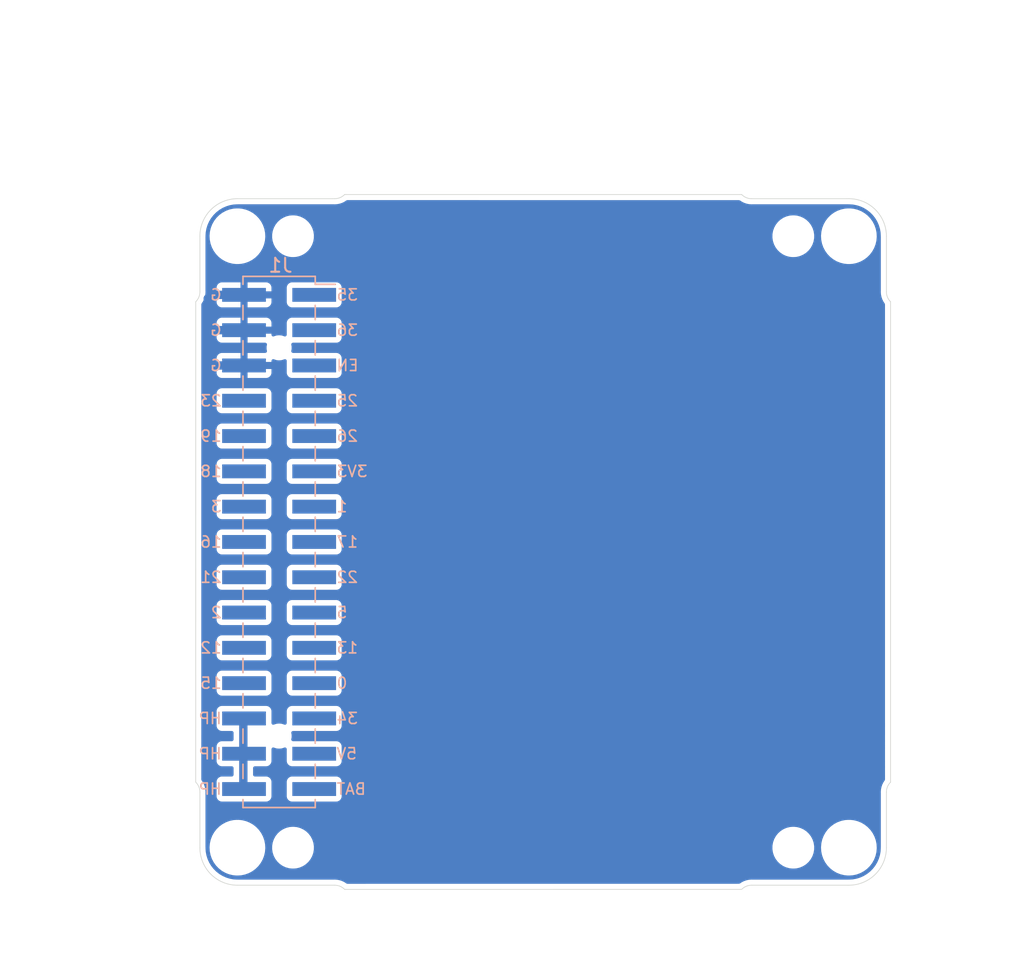
<source format=kicad_pcb>
(kicad_pcb (version 20211014) (generator pcbnew)
  (title_block (date "2022-10-23"))
  (layers (0 "F.Cu" signal) (31 "B.Cu" signal) (34 "B.Paste" user) (35 "F.Paste" user) (36 "B.SilkS" user "B.Silkscreen") (37 "F.SilkS" user "F.Silkscreen") (38 "B.Mask" user) (39 "F.Mask" user) (44 "Edge.Cuts" user))
  (net 0 "")
  (net 1 "/GPIO35")
  (net 2 "GND")
  (net 3 "/GPIO36")
  (net 4 "/EN")
  (net 5 "/GPIO25")
  (net 6 "/GPIO23")
  (net 7 "/GPIO26")
  (net 8 "/GPIO19")
  (net 9 "+3V3")
  (net 10 "/GPIO18")
  (net 11 "/GPIO1")
  (net 12 "/GPIO3")
  (net 13 "/GPIO17")
  (net 14 "/GPIO16")
  (net 15 "/GPIO22")
  (net 16 "/GPIO21")
  (net 17 "/GPIO5")
  (net 18 "/GPIO2")
  (net 19 "/GPIO13")
  (net 20 "/GPIO12")
  (net 21 "/GPIO0")
  (net 22 "/GPIO15")
  (net 23 "/GPIO34")
  (net 24 "VBUS")
  (net 25 "+5V")
  (net 26 "+BATT")
  (footprint "@bf:BF@MountingHole_2.2mm_M2" (layer "F.Cu") (at 109 105)
    (fp_text reference "H5" hide)
    (fp_text value "MountingHole" hide)
    (pad "" np_thru_hole circle (at 0 0) (size 2.2 2.2) (drill 2.2) (layers F&B.Cu *.Mask))
  )
  (footprint "@bf:BF@MountingHole_3.2mm_M3" (layer "F.Cu") (at 149 149)
    (fp_text reference "H3" hide)
    (fp_text value "MountingHole" hide)
    (pad "" np_thru_hole circle (at 0 0) (size 3.2 3.2) (drill 3.2) (layers F&B.Cu *.Mask))
  )
  (footprint "@bf:BF@MountingHole_2.2mm_M2" (layer "F.Cu") (at 109 149)
    (fp_text reference "H8" hide)
    (fp_text value "MountingHole" hide)
    (pad "" np_thru_hole circle (at 0 0) (size 2.2 2.2) (drill 2.2) (layers F&B.Cu *.Mask))
  )
  (footprint "@bf:BF@MountingHole_3.2mm_M3" (layer "F.Cu") (at 105 149)
    (fp_text reference "H4" hide)
    (fp_text value "MountingHole" hide)
    (pad "" np_thru_hole circle (at 0 0) (size 3.2 3.2) (drill 3.2) (layers F&B.Cu *.Mask))
  )
  (footprint "@bf:BF@MountingHole_3.2mm_M3" (layer "F.Cu") (at 149 105)
    (fp_text reference "H2" hide)
    (fp_text value "MountingHole" hide)
    (pad "" np_thru_hole circle (at 0 0) (size 3.2 3.2) (drill 3.2) (layers F&B.Cu *.Mask))
  )
  (footprint "@bf:BF@M5Stack_MBUS_Headder" (layer "F.Cu") (at 108 127)
    (fp_text reference "J1" (at 0.1 -19.9) (layer "B.SilkS") (effects (justify mirror)))
    (fp_text value "M-BUS")
    (fp_text user "G" (at -4.064 -15.24 180) (layer "B.SilkS") (effects (font (size 0.8 0.8) (thickness 0.12)) (justify left mirror)))
    (fp_text user "15" (at -4.064 10.16 180) (layer "B.SilkS") (effects (font (size 0.8 0.8) (thickness 0.12)) (justify left mirror)))
    (fp_text user "5V" (at 4.064 15.24 180) (layer "B.SilkS") (effects (font (size 0.8 0.8) (thickness 0.12)) (justify right mirror)))
    (fp_text user "2" (at -4.064 5.08 180) (layer "B.SilkS") (effects (font (size 0.8 0.8) (thickness 0.12)) (justify left mirror)))
    (fp_text user "HP" (at -4.064 17.78 180) (layer "B.SilkS") (effects (font (size 0.8 0.8) (thickness 0.12)) (justify left mirror)))
    (fp_text user "1" (at 4.064 -2.54 180) (layer "B.SilkS") (effects (font (size 0.8 0.8) (thickness 0.12)) (justify right mirror)))
    (fp_text user "G" (at -4.064 -17.78 180) (layer "B.SilkS") (effects (font (size 0.8 0.8) (thickness 0.12)) (justify left mirror)))
    (fp_text user "19" (at -4.064 -7.62 180) (layer "B.SilkS") (effects (font (size 0.8 0.8) (thickness 0.12)) (justify left mirror)))
    (fp_text user "23" (at -4.064 -10.16 180) (layer "B.SilkS") (effects (font (size 0.8 0.8) (thickness 0.12)) (justify left mirror)))
    (fp_text user "13" (at 4.064 7.62 180) (layer "B.SilkS") (effects (font (size 0.8 0.8) (thickness 0.12)) (justify right mirror)))
    (fp_text user "25" (at 4.064 -10.16 180) (layer "B.SilkS") (effects (font (size 0.8 0.8) (thickness 0.12)) (justify right mirror)))
    (fp_text user "5" (at 4.064 5.08 180) (layer "B.SilkS") (effects (font (size 0.8 0.8) (thickness 0.12)) (justify right mirror)))
    (fp_text user "18" (at -4.064 -5.08 180) (layer "B.SilkS") (effects (font (size 0.8 0.8) (thickness 0.12)) (justify left mirror)))
    (fp_text user "3V3" (at 4.064 -5.08 180) (layer "B.SilkS") (effects (font (size 0.8 0.8) (thickness 0.12)) (justify right mirror)))
    (fp_text user "16" (at -4.064 0 180) (layer "B.SilkS") (effects (font (size 0.8 0.8) (thickness 0.12)) (justify left mirror)))
    (fp_text user "3" (at -4.064 -2.54 180) (layer "B.SilkS") (effects (font (size 0.8 0.8) (thickness 0.12)) (justify left mirror)))
    (fp_text user "26" (at 4.064 -7.62 180) (layer "B.SilkS") (effects (font (size 0.8 0.8) (thickness 0.12)) (justify right mirror)))
    (fp_text user "22" (at 4.064 2.54 180) (layer "B.SilkS") (effects (font (size 0.8 0.8) (thickness 0.12)) (justify right mirror)))
    (fp_text user "HP" (at -4.064 12.7 180) (layer "B.SilkS") (effects (font (size 0.8 0.8) (thickness 0.12)) (justify left mirror)))
    (fp_text user "12" (at -4.064 7.62 180) (layer "B.SilkS") (effects (font (size 0.8 0.8) (thickness 0.12)) (justify left mirror)))
    (fp_text user "21" (at -4.064 2.54 180) (layer "B.SilkS") (effects (font (size 0.8 0.8) (thickness 0.12)) (justify left mirror)))
    (fp_text user "17" (at 4.064 0 180) (layer "B.SilkS") (effects (font (size 0.8 0.8) (thickness 0.12)) (justify right mirror)))
    (fp_text user "0" (at 4.064 10.16 180) (layer "B.SilkS") (effects (font (size 0.8 0.8) (thickness 0.12)) (justify right mirror)))
    (fp_text user "HP" (at -4.064 15.24 180) (layer "B.SilkS") (effects (font (size 0.8 0.8) (thickness 0.12)) (justify left mirror)))
    (fp_text user "G" (at -4.064 -12.7 180) (layer "B.SilkS") (effects (font (size 0.8 0.8) (thickness 0.12)) (justify left mirror)))
    (fp_text user "36" (at 4.064 -15.24 180) (layer "B.SilkS") (effects (font (size 0.8 0.8) (thickness 0.12)) (justify right mirror)))
    (fp_text user "35" (at 4.064 -17.78 180) (layer "B.SilkS") (effects (font (size 0.8 0.8) (thickness 0.12)) (justify right mirror)))
    (fp_text user "34" (at 4.064 12.7 180) (layer "B.SilkS") (effects (font (size 0.8 0.8) (thickness 0.12)) (justify right mirror)))
    (fp_text user "BAT" (at 4.064 17.78 180) (layer "B.SilkS") (effects (font (size 0.8 0.8) (thickness 0.12)) (justify right mirror)))
    (fp_text user "EN" (at 4.064 -12.7 180) (layer "B.SilkS") (effects (font (size 0.8 0.8) (thickness 0.12)) (justify right mirror)))
    (fp_line (start -2.6 18.54) (end -2.6 19.11) (layer "B.SilkS") (width 0.12))
    (fp_line (start 2.6 -6.86) (end 2.6 -5.84) (layer "B.SilkS") (width 0.12))
    (fp_line (start -2.6 8.38) (end -2.6 9.4) (layer "B.SilkS") (width 0.12))
    (fp_line (start -2.6 0.76) (end -2.6 1.78) (layer "B.SilkS") (width 0.12))
    (fp_line (start 2.6 3.3) (end 2.6 4.32) (layer "B.SilkS") (width 0.12))
    (fp_line (start -2.6 3.3) (end -2.6 4.32) (layer "B.SilkS") (width 0.12))
    (fp_line (start 2.6 13.46) (end 2.6 14.48) (layer "B.SilkS") (width 0.12))
    (fp_line (start 2.6 -4.32) (end 2.6 -3.3) (layer "B.SilkS") (width 0.12))
    (fp_line (start -2.6 10.92) (end -2.6 11.94) (layer "B.SilkS") (width 0.12))
    (fp_line (start 4.04 -18.54) (end 2.6 -18.54) (layer "B.SilkS") (width 0.12))
    (fp_line (start 2.6 -19.11) (end -2.6 -19.11) (layer "B.SilkS") (width 0.12))
    (fp_line (start 2.6 18.54) (end 2.6 19.11) (layer "B.SilkS") (width 0.12))
    (fp_line (start -2.6 13.46) (end -2.6 14.48) (layer "B.SilkS") (width 0.12))
    (fp_line (start -2.6 -11.94) (end -2.6 -10.92) (layer "B.SilkS") (width 0.12))
    (fp_line (start 2.6 16) (end 2.6 17.02) (layer "B.SilkS") (width 0.12))
    (fp_line (start 2.6 -19.11) (end 2.6 -18.54) (layer "B.SilkS") (width 0.12))
    (fp_line (start 2.6 10.92) (end 2.6 11.94) (layer "B.SilkS") (width 0.12))
    (fp_line (start -2.6 -19.11) (end -2.6 -18.54) (layer "B.SilkS") (width 0.12))
    (fp_line (start -2.6 16) (end -2.6 17.02) (layer "B.SilkS") (width 0.12))
    (fp_line (start 2.6 -9.4) (end 2.6 -8.38) (layer "B.SilkS") (width 0.12))
    (fp_line (start 2.6 19.11) (end -2.6 19.11) (layer "B.SilkS") (width 0.12))
    (fp_line (start 2.6 8.38) (end 2.6 9.4) (layer "B.SilkS") (width 0.12))
    (fp_line (start -2.6 -9.4) (end -2.6 -8.38) (layer "B.SilkS") (width 0.12))
    (fp_line (start 2.6 -1.78) (end 2.6 -0.76) (layer "B.SilkS") (width 0.12))
    (fp_line (start -2.6 -6.86) (end -2.6 -5.84) (layer "B.SilkS") (width 0.12))
    (fp_line (start 2.6 5.84) (end 2.6 6.86) (layer "B.SilkS") (width 0.12))
    (fp_line (start 2.6 -17.02) (end 2.6 -16) (layer "B.SilkS") (width 0.12))
    (fp_line (start -2.6 5.84) (end -2.6 6.86) (layer "B.SilkS") (width 0.12))
    (fp_line (start 2.6 -11.94) (end 2.6 -10.92) (layer "B.SilkS") (width 0.12))
    (fp_line (start -2.6 -17.02) (end -2.6 -16) (layer "B.SilkS") (width 0.12))
    (fp_line (start -2.6 -4.32) (end -2.6 -3.3) (layer "B.SilkS") (width 0.12))
    (fp_line (start -2.6 -14.48) (end -2.6 -13.46) (layer "B.SilkS") (width 0.12))
    (fp_line (start 2.6 -14.48) (end 2.6 -13.46) (layer "B.SilkS") (width 0.12))
    (fp_line (start -2.6 -1.78) (end -2.6 -0.76) (layer "B.SilkS") (width 0.12))
    (fp_line (start 2.6 0.76) (end 2.6 1.78) (layer "B.SilkS") (width 0.12))
    (pad "" np_thru_hole circle (at 0 13.97 180) (size 1 1) (drill 1) (layers *.Cu *.Mask))
    (pad "" np_thru_hole circle (at 0 -13.97 180) (size 1 1) (drill 1) (layers F&B.Cu *.Mask))
    (pad "1" smd rect (at 2.525 -17.78) (size 3.15 1) (layers "B.Cu" "B.Paste" "B.Mask") (net 1 "/GPIO35"))
    (pad "2" smd rect (at -2.525 -17.78) (size 3.15 1) (layers "B.Cu" "B.Paste" "B.Mask") (net 2 "GND"))
    (pad "3" smd rect (at 2.525 -15.24) (size 3.15 1) (layers "B.Cu" "B.Paste" "B.Mask") (net 3 "/GPIO36"))
    (pad "4" smd rect (at -2.525 -15.24) (size 3.15 1) (layers "B.Cu" "B.Paste" "B.Mask") (net 2 "GND"))
    (pad "5" smd rect (at 2.525 -12.7) (size 3.15 1) (layers "B.Cu" "B.Paste" "B.Mask") (net 4 "/EN"))
    (pad "6" smd rect (at -2.525 -12.7) (size 3.15 1) (layers "B.Cu" "B.Paste" "B.Mask") (net 2 "GND"))
    (pad "7" smd rect (at 2.525 -10.16) (size 3.15 1) (layers "B.Cu" "B.Paste" "B.Mask") (net 5 "/GPIO25"))
    (pad "8" smd rect (at -2.525 -10.16) (size 3.15 1) (layers "B.Cu" "B.Paste" "B.Mask") (net 6 "/GPIO23"))
    (pad "9" smd rect (at 2.525 -7.62) (size 3.15 1) (layers "B.Cu" "B.Paste" "B.Mask") (net 7 "/GPIO26"))
    (pad "10" smd rect (at -2.525 -7.62) (size 3.15 1) (layers "B.Cu" "B.Paste" "B.Mask") (net 8 "/GPIO19"))
    (pad "11" smd rect (at 2.525 -5.08) (size 3.15 1) (layers "B.Cu" "B.Paste" "B.Mask") (net 9 "+3V3"))
    (pad "12" smd rect (at -2.525 -5.08) (size 3.15 1) (layers "B.Cu" "B.Paste" "B.Mask") (net 10 "/GPIO18"))
    (pad "13" smd rect (at 2.525 -2.54) (size 3.15 1) (layers "B.Cu" "B.Paste" "B.Mask") (net 11 "/GPIO1"))
    (pad "14" smd rect (at -2.525 -2.54) (size 3.15 1) (layers "B.Cu" "B.Paste" "B.Mask") (net 12 "/GPIO3"))
    (pad "15" smd rect (at 2.525 0) (size 3.15 1) (layers "B.Cu" "B.Paste" "B.Mask") (net 13 "/GPIO17"))
    (pad "16" smd rect (at -2.525 0) (size 3.15 1) (layers "B.Cu" "B.Paste" "B.Mask") (net 14 "/GPIO16"))
    (pad "17" smd rect (at 2.525 2.54) (size 3.15 1) (layers "B.Cu" "B.Paste" "B.Mask") (net 15 "/GPIO22"))
    (pad "18" smd rect (at -2.525 2.54) (size 3.15 1) (layers "B.Cu" "B.Paste" "B.Mask") (net 16 "/GPIO21"))
    (pad "19" smd rect (at 2.525 5.08) (size 3.15 1) (layers "B.Cu" "B.Paste" "B.Mask") (net 17 "/GPIO5"))
    (pad "20" smd rect (at -2.525 5.08) (size 3.15 1) (layers "B.Cu" "B.Paste" "B.Mask") (net 18 "/GPIO2"))
    (pad "21" smd rect (at 2.525 7.62) (size 3.15 1) (layers "B.Cu" "B.Paste" "B.Mask") (net 19 "/GPIO13"))
    (pad "22" smd rect (at -2.525 7.62) (size 3.15 1) (layers "B.Cu" "B.Paste" "B.Mask") (net 20 "/GPIO12"))
    (pad "23" smd rect (at 2.525 10.16) (size 3.15 1) (layers "B.Cu" "B.Paste" "B.Mask") (net 21 "/GPIO0"))
    (pad "24" smd rect (at -2.525 10.16) (size 3.15 1) (layers "B.Cu" "B.Paste" "B.Mask") (net 22 "/GPIO15"))
    (pad "25" smd rect (at 2.525 12.7) (size 3.15 1) (layers "B.Cu" "B.Paste" "B.Mask") (net 23 "/GPIO34"))
    (pad "26" smd rect (at -2.525 12.7) (size 3.15 1) (layers "B.Cu" "B.Paste" "B.Mask") (net 24 "VBUS"))
    (pad "27" smd rect (at 2.525 15.24) (size 3.15 1) (layers "B.Cu" "B.Paste" "B.Mask") (net 25 "+5V"))
    (pad "28" smd rect (at -2.525 15.24) (size 3.15 1) (layers "B.Cu" "B.Paste" "B.Mask") (net 24 "VBUS"))
    (pad "29" smd rect (at 2.525 17.78) (size 3.15 1) (layers "B.Cu" "B.Paste" "B.Mask") (net 26 "+BATT"))
    (pad "30" smd rect (at -2.525 17.78) (size 3.15 1) (layers "B.Cu" "B.Paste" "B.Mask") (net 24 "VBUS"))
  )
  (footprint "@bf:BF@MountingHole_2.2mm_M2" (layer "F.Cu") (at 145 105)
    (fp_text reference "H6" hide)
    (fp_text value "MountingHole" hide)
    (pad "" np_thru_hole circle (at 0 0) (size 2.2 2.2) (drill 2.2) (layers F&B.Cu *.Mask))
  )
  (footprint "@bf:BF@MountingHole_3.2mm_M3" (layer "F.Cu") (at 105 105)
    (fp_text reference "H1" hide)
    (fp_text value "MountingHole" hide)
    (pad "" np_thru_hole circle (at 0 0) (size 3.2 3.2) (drill 3.2) (layers F&B.Cu *.Mask))
  )
  (footprint "@bf:BF@MountingHole_2.2mm_M2" (layer "F.Cu") (at 145 149)
    (fp_text reference "H7" hide)
    (fp_text value "MountingHole" hide)
    (pad "" np_thru_hole circle (at 0 0) (size 2.2 2.2) (drill 2.2) (layers F&B.Cu *.Mask))
  )
  (gr_line (start 149 102.3) (end 142 102.3) (layer "Edge.Cuts") (width 0.05))
  (gr_arc (start 142 102.3) (mid 141.614094 102.222538) (end 141.287974 102.002153) (layer "Edge.Cuts") (width 0.05))
  (gr_arc (start 112.71325 102.000909) (mid 112.386711 102.222201) (end 112 102.3) (layer "Edge.Cuts") (width 0.05))
  (gr_arc (start 149 102.3) (mid 150.909188 103.090812) (end 151.7 105) (layer "Edge.Cuts") (width 0.05))
  (gr_arc (start 151.7 149) (mid 150.909188 150.909188) (end 149 151.7) (layer "Edge.Cuts") (width 0.05))
  (gr_arc (start 105 151.7) (mid 103.090812 150.909188) (end 102.3 149) (layer "Edge.Cuts") (width 0.05))
  (gr_line (start 112.714473 152.000337) (end 141.287974 151.997847) (layer "Edge.Cuts") (width 0.05))
  (gr_line (start 141.287974 102.002153) (end 112.71325 102.000909) (layer "Edge.Cuts") (width 0.05))
  (gr_arc (start 151.7 145) (mid 151.778137 144.612484) (end 152.000337 144.285527) (layer "Edge.Cuts") (width 0.05))
  (gr_line (start 152 109.714082) (end 152.000337 144.285527) (layer "Edge.Cuts") (width 0.05))
  (gr_arc (start 101.999663 144.285527) (mid 102.221863 144.612484) (end 102.3 145) (layer "Edge.Cuts") (width 0.05))
  (gr_arc (start 141.287974 151.997847) (mid 141.614094 151.777462) (end 142 151.7) (layer "Edge.Cuts") (width 0.05))
  (gr_arc (start 112 151.7) (mid 112.387516 151.778137) (end 112.714473 152.000337) (layer "Edge.Cuts") (width 0.05))
  (gr_line (start 105 102.3) (end 112 102.3) (layer "Edge.Cuts") (width 0.05))
  (gr_line (start 102.3 105) (end 102.3 109) (layer "Edge.Cuts") (width 0.05))
  (gr_arc (start 102.3 109) (mid 102.222201 109.386711) (end 102.000909 109.71325) (layer "Edge.Cuts") (width 0.05))
  (gr_line (start 101.999663 144.285527) (end 102.000909 109.71325) (layer "Edge.Cuts") (width 0.05))
  (gr_line (start 151.7 149) (end 151.7 145) (layer "Edge.Cuts") (width 0.05))
  (gr_arc (start 152 109.714082) (mid 151.778046 109.38727) (end 151.7 109) (layer "Edge.Cuts") (width 0.05))
  (gr_line (start 102.3 149) (end 102.3 145) (layer "Edge.Cuts") (width 0.05))
  (gr_line (start 151.7 105) (end 151.7 109) (layer "Edge.Cuts") (width 0.05))
  (gr_line (start 105 151.7) (end 112 151.7) (layer "Edge.Cuts") (width 0.05))
  (gr_arc (start 102.3 105) (mid 103.090812 103.090812) (end 105 102.3) (layer "Edge.Cuts") (width 0.05))
  (gr_line (start 149 151.7) (end 142 151.7) (layer "Edge.Cuts") (width 0.05))
  (segment (start 102.87 109.474) (end 102.87 111.506) (width 0.6) (layer "B.Cu") (net 2))
  (segment (start 102.87 114.046) (end 103.124 114.3) (width 0.6) (layer "B.Cu") (net 2))
  (segment (start 106.73 111.76) (end 103.124 111.76) (width 0.6) (layer "B.Cu") (net 2))
  (segment (start 103.124 111.76) (end 102.87 111.506) (width 0.6) (layer "B.Cu") (net 2))
  (segment (start 103.124 109.22) (end 102.87 109.474) (width 0.6) (layer "B.Cu") (net 2))
  (segment (start 102.87 111.506) (end 102.87 114.046) (width 0.6) (layer "B.Cu") (net 2))
  (segment (start 103.124 114.3) (end 106.73 114.3) (width 0.6) (layer "B.Cu") (net 2))
  (segment (start 106.73 109.22) (end 103.124 109.22) (width 0.6) (layer "B.Cu") (net 2))
  (segment (start 105.425 142.24) (end 105.425 144.78) (width 0.6) (layer "B.Cu") (net 24))
  (segment (start 105.425 142.24) (end 105.425 139.7) (width 0.6) (layer "B.Cu") (net 24))
  (zone (net 2) (net_name "GND") (layer "B.Cu") (connect_pads (clearance 0.4)) (min_thickness 0.254) (fill yes (thermal_gap 0.4) (thermal_bridge_width 0.508))
    (polygon (pts (xy 152 152) (xy 102 152) (xy 102 102) (xy 152 102)))
  )
)
</source>
